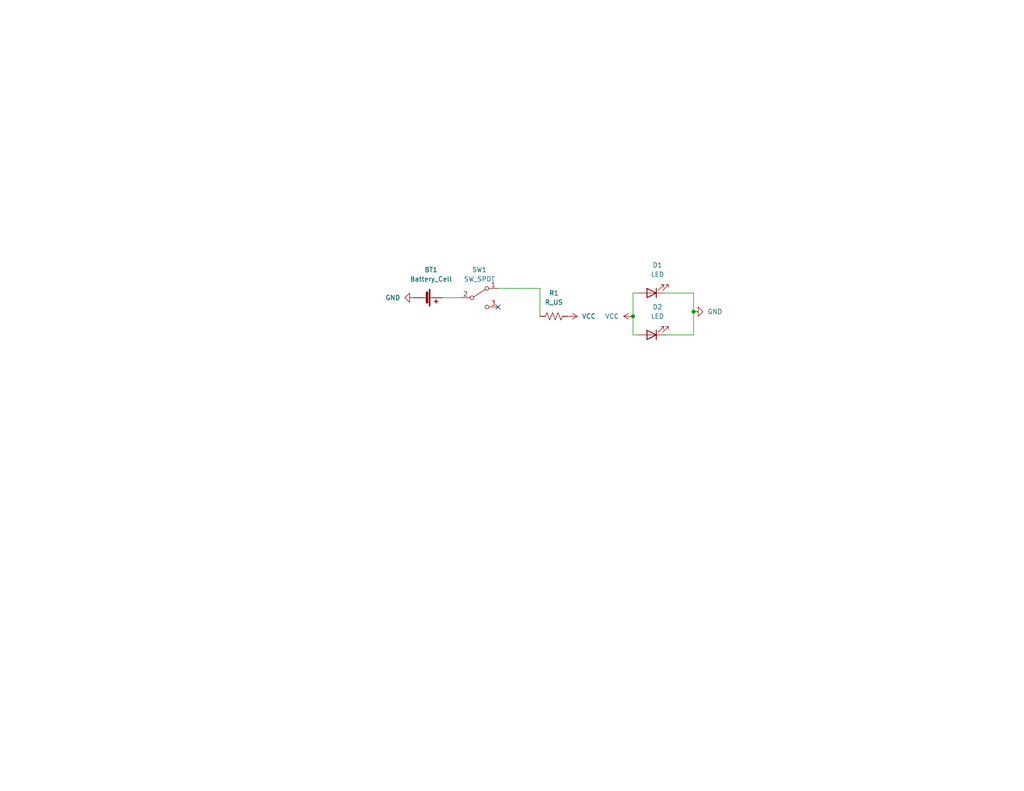
<source format=kicad_sch>
(kicad_sch (version 20211123) (generator eeschema)

  (uuid 4d6e8354-b195-435b-93fe-2795a3a19bbd)

  (paper "USLetter")

  (title_block
    (title "Toor Camp - Learn to Solder Latern")
    (date "2022-06-28")
    (rev "1.0")
    (company "BadgePirates")
  )

  (lib_symbols
    (symbol "Device:Battery_Cell" (pin_numbers hide) (pin_names (offset 0) hide) (in_bom yes) (on_board yes)
      (property "Reference" "BT" (id 0) (at 2.54 2.54 0)
        (effects (font (size 1.27 1.27)) (justify left))
      )
      (property "Value" "Battery_Cell" (id 1) (at 2.54 0 0)
        (effects (font (size 1.27 1.27)) (justify left))
      )
      (property "Footprint" "" (id 2) (at 0 1.524 90)
        (effects (font (size 1.27 1.27)) hide)
      )
      (property "Datasheet" "~" (id 3) (at 0 1.524 90)
        (effects (font (size 1.27 1.27)) hide)
      )
      (property "ki_keywords" "battery cell" (id 4) (at 0 0 0)
        (effects (font (size 1.27 1.27)) hide)
      )
      (property "ki_description" "Single-cell battery" (id 5) (at 0 0 0)
        (effects (font (size 1.27 1.27)) hide)
      )
      (symbol "Battery_Cell_0_1"
        (rectangle (start -2.286 1.778) (end 2.286 1.524)
          (stroke (width 0) (type default) (color 0 0 0 0))
          (fill (type outline))
        )
        (rectangle (start -1.5748 1.1938) (end 1.4732 0.6858)
          (stroke (width 0) (type default) (color 0 0 0 0))
          (fill (type outline))
        )
        (polyline
          (pts
            (xy 0 0.762)
            (xy 0 0)
          )
          (stroke (width 0) (type default) (color 0 0 0 0))
          (fill (type none))
        )
        (polyline
          (pts
            (xy 0 1.778)
            (xy 0 2.54)
          )
          (stroke (width 0) (type default) (color 0 0 0 0))
          (fill (type none))
        )
        (polyline
          (pts
            (xy 0.508 3.429)
            (xy 1.524 3.429)
          )
          (stroke (width 0.254) (type default) (color 0 0 0 0))
          (fill (type none))
        )
        (polyline
          (pts
            (xy 1.016 3.937)
            (xy 1.016 2.921)
          )
          (stroke (width 0.254) (type default) (color 0 0 0 0))
          (fill (type none))
        )
      )
      (symbol "Battery_Cell_1_1"
        (pin passive line (at 0 5.08 270) (length 2.54)
          (name "+" (effects (font (size 1.27 1.27))))
          (number "1" (effects (font (size 1.27 1.27))))
        )
        (pin passive line (at 0 -2.54 90) (length 2.54)
          (name "-" (effects (font (size 1.27 1.27))))
          (number "2" (effects (font (size 1.27 1.27))))
        )
      )
    )
    (symbol "Device:LED" (pin_numbers hide) (pin_names (offset 1.016) hide) (in_bom yes) (on_board yes)
      (property "Reference" "D" (id 0) (at 0 2.54 0)
        (effects (font (size 1.27 1.27)))
      )
      (property "Value" "LED" (id 1) (at 0 -2.54 0)
        (effects (font (size 1.27 1.27)))
      )
      (property "Footprint" "" (id 2) (at 0 0 0)
        (effects (font (size 1.27 1.27)) hide)
      )
      (property "Datasheet" "~" (id 3) (at 0 0 0)
        (effects (font (size 1.27 1.27)) hide)
      )
      (property "ki_keywords" "LED diode" (id 4) (at 0 0 0)
        (effects (font (size 1.27 1.27)) hide)
      )
      (property "ki_description" "Light emitting diode" (id 5) (at 0 0 0)
        (effects (font (size 1.27 1.27)) hide)
      )
      (property "ki_fp_filters" "LED* LED_SMD:* LED_THT:*" (id 6) (at 0 0 0)
        (effects (font (size 1.27 1.27)) hide)
      )
      (symbol "LED_0_1"
        (polyline
          (pts
            (xy -1.27 -1.27)
            (xy -1.27 1.27)
          )
          (stroke (width 0.254) (type default) (color 0 0 0 0))
          (fill (type none))
        )
        (polyline
          (pts
            (xy -1.27 0)
            (xy 1.27 0)
          )
          (stroke (width 0) (type default) (color 0 0 0 0))
          (fill (type none))
        )
        (polyline
          (pts
            (xy 1.27 -1.27)
            (xy 1.27 1.27)
            (xy -1.27 0)
            (xy 1.27 -1.27)
          )
          (stroke (width 0.254) (type default) (color 0 0 0 0))
          (fill (type none))
        )
        (polyline
          (pts
            (xy -3.048 -0.762)
            (xy -4.572 -2.286)
            (xy -3.81 -2.286)
            (xy -4.572 -2.286)
            (xy -4.572 -1.524)
          )
          (stroke (width 0) (type default) (color 0 0 0 0))
          (fill (type none))
        )
        (polyline
          (pts
            (xy -1.778 -0.762)
            (xy -3.302 -2.286)
            (xy -2.54 -2.286)
            (xy -3.302 -2.286)
            (xy -3.302 -1.524)
          )
          (stroke (width 0) (type default) (color 0 0 0 0))
          (fill (type none))
        )
      )
      (symbol "LED_1_1"
        (pin passive line (at -3.81 0 0) (length 2.54)
          (name "K" (effects (font (size 1.27 1.27))))
          (number "1" (effects (font (size 1.27 1.27))))
        )
        (pin passive line (at 3.81 0 180) (length 2.54)
          (name "A" (effects (font (size 1.27 1.27))))
          (number "2" (effects (font (size 1.27 1.27))))
        )
      )
    )
    (symbol "Device:R_US" (pin_numbers hide) (pin_names (offset 0)) (in_bom yes) (on_board yes)
      (property "Reference" "R" (id 0) (at 2.54 0 90)
        (effects (font (size 1.27 1.27)))
      )
      (property "Value" "R_US" (id 1) (at -2.54 0 90)
        (effects (font (size 1.27 1.27)))
      )
      (property "Footprint" "" (id 2) (at 1.016 -0.254 90)
        (effects (font (size 1.27 1.27)) hide)
      )
      (property "Datasheet" "~" (id 3) (at 0 0 0)
        (effects (font (size 1.27 1.27)) hide)
      )
      (property "ki_keywords" "R res resistor" (id 4) (at 0 0 0)
        (effects (font (size 1.27 1.27)) hide)
      )
      (property "ki_description" "Resistor, US symbol" (id 5) (at 0 0 0)
        (effects (font (size 1.27 1.27)) hide)
      )
      (property "ki_fp_filters" "R_*" (id 6) (at 0 0 0)
        (effects (font (size 1.27 1.27)) hide)
      )
      (symbol "R_US_0_1"
        (polyline
          (pts
            (xy 0 -2.286)
            (xy 0 -2.54)
          )
          (stroke (width 0) (type default) (color 0 0 0 0))
          (fill (type none))
        )
        (polyline
          (pts
            (xy 0 2.286)
            (xy 0 2.54)
          )
          (stroke (width 0) (type default) (color 0 0 0 0))
          (fill (type none))
        )
        (polyline
          (pts
            (xy 0 -0.762)
            (xy 1.016 -1.143)
            (xy 0 -1.524)
            (xy -1.016 -1.905)
            (xy 0 -2.286)
          )
          (stroke (width 0) (type default) (color 0 0 0 0))
          (fill (type none))
        )
        (polyline
          (pts
            (xy 0 0.762)
            (xy 1.016 0.381)
            (xy 0 0)
            (xy -1.016 -0.381)
            (xy 0 -0.762)
          )
          (stroke (width 0) (type default) (color 0 0 0 0))
          (fill (type none))
        )
        (polyline
          (pts
            (xy 0 2.286)
            (xy 1.016 1.905)
            (xy 0 1.524)
            (xy -1.016 1.143)
            (xy 0 0.762)
          )
          (stroke (width 0) (type default) (color 0 0 0 0))
          (fill (type none))
        )
      )
      (symbol "R_US_1_1"
        (pin passive line (at 0 3.81 270) (length 1.27)
          (name "~" (effects (font (size 1.27 1.27))))
          (number "1" (effects (font (size 1.27 1.27))))
        )
        (pin passive line (at 0 -3.81 90) (length 1.27)
          (name "~" (effects (font (size 1.27 1.27))))
          (number "2" (effects (font (size 1.27 1.27))))
        )
      )
    )
    (symbol "Switch:SW_SPDT" (pin_names (offset 0) hide) (in_bom yes) (on_board yes)
      (property "Reference" "SW" (id 0) (at 0 4.318 0)
        (effects (font (size 1.27 1.27)))
      )
      (property "Value" "SW_SPDT" (id 1) (at 0 -5.08 0)
        (effects (font (size 1.27 1.27)))
      )
      (property "Footprint" "" (id 2) (at 0 0 0)
        (effects (font (size 1.27 1.27)) hide)
      )
      (property "Datasheet" "~" (id 3) (at 0 0 0)
        (effects (font (size 1.27 1.27)) hide)
      )
      (property "ki_keywords" "switch single-pole double-throw spdt ON-ON" (id 4) (at 0 0 0)
        (effects (font (size 1.27 1.27)) hide)
      )
      (property "ki_description" "Switch, single pole double throw" (id 5) (at 0 0 0)
        (effects (font (size 1.27 1.27)) hide)
      )
      (symbol "SW_SPDT_0_0"
        (circle (center -2.032 0) (radius 0.508)
          (stroke (width 0) (type default) (color 0 0 0 0))
          (fill (type none))
        )
        (circle (center 2.032 -2.54) (radius 0.508)
          (stroke (width 0) (type default) (color 0 0 0 0))
          (fill (type none))
        )
      )
      (symbol "SW_SPDT_0_1"
        (polyline
          (pts
            (xy -1.524 0.254)
            (xy 1.651 2.286)
          )
          (stroke (width 0) (type default) (color 0 0 0 0))
          (fill (type none))
        )
        (circle (center 2.032 2.54) (radius 0.508)
          (stroke (width 0) (type default) (color 0 0 0 0))
          (fill (type none))
        )
      )
      (symbol "SW_SPDT_1_1"
        (pin passive line (at 5.08 2.54 180) (length 2.54)
          (name "A" (effects (font (size 1.27 1.27))))
          (number "1" (effects (font (size 1.27 1.27))))
        )
        (pin passive line (at -5.08 0 0) (length 2.54)
          (name "B" (effects (font (size 1.27 1.27))))
          (number "2" (effects (font (size 1.27 1.27))))
        )
        (pin passive line (at 5.08 -2.54 180) (length 2.54)
          (name "C" (effects (font (size 1.27 1.27))))
          (number "3" (effects (font (size 1.27 1.27))))
        )
      )
    )
    (symbol "power:GND" (power) (pin_names (offset 0)) (in_bom yes) (on_board yes)
      (property "Reference" "#PWR" (id 0) (at 0 -6.35 0)
        (effects (font (size 1.27 1.27)) hide)
      )
      (property "Value" "GND" (id 1) (at 0 -3.81 0)
        (effects (font (size 1.27 1.27)))
      )
      (property "Footprint" "" (id 2) (at 0 0 0)
        (effects (font (size 1.27 1.27)) hide)
      )
      (property "Datasheet" "" (id 3) (at 0 0 0)
        (effects (font (size 1.27 1.27)) hide)
      )
      (property "ki_keywords" "power-flag" (id 4) (at 0 0 0)
        (effects (font (size 1.27 1.27)) hide)
      )
      (property "ki_description" "Power symbol creates a global label with name \"GND\" , ground" (id 5) (at 0 0 0)
        (effects (font (size 1.27 1.27)) hide)
      )
      (symbol "GND_0_1"
        (polyline
          (pts
            (xy 0 0)
            (xy 0 -1.27)
            (xy 1.27 -1.27)
            (xy 0 -2.54)
            (xy -1.27 -1.27)
            (xy 0 -1.27)
          )
          (stroke (width 0) (type default) (color 0 0 0 0))
          (fill (type none))
        )
      )
      (symbol "GND_1_1"
        (pin power_in line (at 0 0 270) (length 0) hide
          (name "GND" (effects (font (size 1.27 1.27))))
          (number "1" (effects (font (size 1.27 1.27))))
        )
      )
    )
    (symbol "power:VCC" (power) (pin_names (offset 0)) (in_bom yes) (on_board yes)
      (property "Reference" "#PWR" (id 0) (at 0 -3.81 0)
        (effects (font (size 1.27 1.27)) hide)
      )
      (property "Value" "VCC" (id 1) (at 0 3.81 0)
        (effects (font (size 1.27 1.27)))
      )
      (property "Footprint" "" (id 2) (at 0 0 0)
        (effects (font (size 1.27 1.27)) hide)
      )
      (property "Datasheet" "" (id 3) (at 0 0 0)
        (effects (font (size 1.27 1.27)) hide)
      )
      (property "ki_keywords" "power-flag" (id 4) (at 0 0 0)
        (effects (font (size 1.27 1.27)) hide)
      )
      (property "ki_description" "Power symbol creates a global label with name \"VCC\"" (id 5) (at 0 0 0)
        (effects (font (size 1.27 1.27)) hide)
      )
      (symbol "VCC_0_1"
        (polyline
          (pts
            (xy -0.762 1.27)
            (xy 0 2.54)
          )
          (stroke (width 0) (type default) (color 0 0 0 0))
          (fill (type none))
        )
        (polyline
          (pts
            (xy 0 0)
            (xy 0 2.54)
          )
          (stroke (width 0) (type default) (color 0 0 0 0))
          (fill (type none))
        )
        (polyline
          (pts
            (xy 0 2.54)
            (xy 0.762 1.27)
          )
          (stroke (width 0) (type default) (color 0 0 0 0))
          (fill (type none))
        )
      )
      (symbol "VCC_1_1"
        (pin power_in line (at 0 0 90) (length 0) hide
          (name "VCC" (effects (font (size 1.27 1.27))))
          (number "1" (effects (font (size 1.27 1.27))))
        )
      )
    )
  )

  (junction (at 189.23 85.09) (diameter 0) (color 0 0 0 0)
    (uuid 19194afe-2373-4b25-97d7-a98b550d9dce)
  )
  (junction (at 172.72 86.36) (diameter 0) (color 0 0 0 0)
    (uuid 556d57c5-25d3-41b3-a189-7e47679c7b26)
  )

  (no_connect (at 135.89 83.82) (uuid f0226c4c-3d26-444f-b8c4-b9528f9282f3))

  (wire (pts (xy 189.23 80.01) (xy 189.23 85.09))
    (stroke (width 0) (type default) (color 0 0 0 0))
    (uuid 24e7313a-7a75-455e-be7f-5b40741242e1)
  )
  (wire (pts (xy 172.72 86.36) (xy 172.72 91.44))
    (stroke (width 0) (type default) (color 0 0 0 0))
    (uuid 372f2824-fbe6-4226-adf8-01da6fea7a2f)
  )
  (wire (pts (xy 135.89 78.74) (xy 147.32 78.74))
    (stroke (width 0) (type default) (color 0 0 0 0))
    (uuid a3eb90a3-356f-483c-9907-97d676f97294)
  )
  (wire (pts (xy 181.61 91.44) (xy 189.23 91.44))
    (stroke (width 0) (type default) (color 0 0 0 0))
    (uuid a8bb7086-9971-468c-bfc2-c5578d3cf0c3)
  )
  (wire (pts (xy 189.23 91.44) (xy 189.23 85.09))
    (stroke (width 0) (type default) (color 0 0 0 0))
    (uuid ac53d7f2-62c4-4585-b970-a5d4b5345e70)
  )
  (wire (pts (xy 181.61 80.01) (xy 189.23 80.01))
    (stroke (width 0) (type default) (color 0 0 0 0))
    (uuid b4f92259-7b9d-4097-810f-6fddd23eed22)
  )
  (wire (pts (xy 120.65 81.28) (xy 125.73 81.28))
    (stroke (width 0) (type default) (color 0 0 0 0))
    (uuid bada0f88-ecb1-46c8-9d5d-3c3452e29c0c)
  )
  (wire (pts (xy 172.72 86.36) (xy 172.72 80.01))
    (stroke (width 0) (type default) (color 0 0 0 0))
    (uuid c1a8c855-4363-4b62-9309-41a2ae163bee)
  )
  (wire (pts (xy 172.72 91.44) (xy 173.99 91.44))
    (stroke (width 0) (type default) (color 0 0 0 0))
    (uuid ea0cb58e-fc59-4e6e-bedf-f63fdcb72d2a)
  )
  (wire (pts (xy 147.32 78.74) (xy 147.32 86.36))
    (stroke (width 0) (type default) (color 0 0 0 0))
    (uuid ebcbcf37-2061-451d-97d7-9abce061373b)
  )
  (wire (pts (xy 172.72 80.01) (xy 173.99 80.01))
    (stroke (width 0) (type default) (color 0 0 0 0))
    (uuid fdcf56f2-5af9-4227-a67a-1bf857390444)
  )

  (symbol (lib_id "Switch:SW_SPDT") (at 130.81 81.28 0) (unit 1)
    (in_bom yes) (on_board yes) (fields_autoplaced)
    (uuid 375e793b-0d69-403b-ae3c-3d5caaf1f7a0)
    (property "Reference" "SW1" (id 0) (at 130.81 73.66 0))
    (property "Value" "SW_SPDT" (id 1) (at 130.81 76.2 0))
    (property "Footprint" "Button_Switch_THT:SW_Slide_1P2T_CK_OS102011MS2Q" (id 2) (at 130.81 81.28 0)
      (effects (font (size 1.27 1.27)) hide)
    )
    (property "Datasheet" "~" (id 3) (at 130.81 81.28 0)
      (effects (font (size 1.27 1.27)) hide)
    )
    (pin "1" (uuid 363789a4-3f5e-46a3-85ca-4197fda3b74c))
    (pin "2" (uuid 9b840cbe-77e4-4b78-ac46-fdc7d5ef8902))
    (pin "3" (uuid f4957237-a7c2-4e1e-ad01-0bf63aaeb473))
  )

  (symbol (lib_id "Device:R_US") (at 151.13 86.36 90) (unit 1)
    (in_bom yes) (on_board yes) (fields_autoplaced)
    (uuid 3cf880b3-5c9a-41b3-9cf9-9a6d06aa346b)
    (property "Reference" "R1" (id 0) (at 151.13 80.01 90))
    (property "Value" "R_US" (id 1) (at 151.13 82.55 90))
    (property "Footprint" "Resistor_THT:R_Axial_DIN0204_L3.6mm_D1.6mm_P5.08mm_Horizontal" (id 2) (at 151.384 85.344 90)
      (effects (font (size 1.27 1.27)) hide)
    )
    (property "Datasheet" "~" (id 3) (at 151.13 86.36 0)
      (effects (font (size 1.27 1.27)) hide)
    )
    (pin "1" (uuid aab264e5-ab6e-4246-ac4a-9172d21a1b36))
    (pin "2" (uuid cfa898a1-c3c9-4acc-a284-e882bcd3ad43))
  )

  (symbol (lib_id "Device:LED") (at 177.8 80.01 180) (unit 1)
    (in_bom yes) (on_board yes) (fields_autoplaced)
    (uuid 431a886f-0366-450e-9433-efecde94f72b)
    (property "Reference" "D1" (id 0) (at 179.3875 72.39 0))
    (property "Value" "LED" (id 1) (at 179.3875 74.93 0))
    (property "Footprint" "LED_THT:LED_D3.0mm" (id 2) (at 177.8 80.01 0)
      (effects (font (size 1.27 1.27)) hide)
    )
    (property "Datasheet" "~" (id 3) (at 177.8 80.01 0)
      (effects (font (size 1.27 1.27)) hide)
    )
    (pin "1" (uuid 4205b5cb-3da6-4d7d-82b0-16841cdee7c7))
    (pin "2" (uuid 573b6166-477e-41d5-845b-278e224dda5a))
  )

  (symbol (lib_id "power:VCC") (at 154.94 86.36 270) (unit 1)
    (in_bom yes) (on_board yes) (fields_autoplaced)
    (uuid 90b023a5-fa89-4a2b-81ae-e4259b89f49b)
    (property "Reference" "#PWR0105" (id 0) (at 151.13 86.36 0)
      (effects (font (size 1.27 1.27)) hide)
    )
    (property "Value" "VCC" (id 1) (at 158.75 86.3599 90)
      (effects (font (size 1.27 1.27)) (justify left))
    )
    (property "Footprint" "" (id 2) (at 154.94 86.36 0)
      (effects (font (size 1.27 1.27)) hide)
    )
    (property "Datasheet" "" (id 3) (at 154.94 86.36 0)
      (effects (font (size 1.27 1.27)) hide)
    )
    (pin "1" (uuid 5f0a5fb8-1986-4008-91a0-fca457b02b04))
  )

  (symbol (lib_id "power:GND") (at 189.23 85.09 90) (unit 1)
    (in_bom yes) (on_board yes) (fields_autoplaced)
    (uuid 9564def4-14ff-42cb-8ad7-7ae3beaae468)
    (property "Reference" "#PWR0101" (id 0) (at 195.58 85.09 0)
      (effects (font (size 1.27 1.27)) hide)
    )
    (property "Value" "GND" (id 1) (at 193.04 85.0899 90)
      (effects (font (size 1.27 1.27)) (justify right))
    )
    (property "Footprint" "" (id 2) (at 189.23 85.09 0)
      (effects (font (size 1.27 1.27)) hide)
    )
    (property "Datasheet" "" (id 3) (at 189.23 85.09 0)
      (effects (font (size 1.27 1.27)) hide)
    )
    (pin "1" (uuid 595c4746-b38a-4f47-8ccb-6d0dc3913f50))
  )

  (symbol (lib_id "power:GND") (at 113.03 81.28 270) (unit 1)
    (in_bom yes) (on_board yes) (fields_autoplaced)
    (uuid a1f6203c-ce0d-47bc-b23f-570bf6c2bd98)
    (property "Reference" "#PWR0106" (id 0) (at 106.68 81.28 0)
      (effects (font (size 1.27 1.27)) hide)
    )
    (property "Value" "GND" (id 1) (at 109.22 81.2799 90)
      (effects (font (size 1.27 1.27)) (justify right))
    )
    (property "Footprint" "" (id 2) (at 113.03 81.28 0)
      (effects (font (size 1.27 1.27)) hide)
    )
    (property "Datasheet" "" (id 3) (at 113.03 81.28 0)
      (effects (font (size 1.27 1.27)) hide)
    )
    (pin "1" (uuid 16bfe5d3-af72-428d-b3bc-4a110b58bcf2))
  )

  (symbol (lib_id "power:VCC") (at 172.72 86.36 90) (unit 1)
    (in_bom yes) (on_board yes) (fields_autoplaced)
    (uuid b2116575-d055-4b1d-9a8a-9941fbfa0af6)
    (property "Reference" "#PWR0103" (id 0) (at 176.53 86.36 0)
      (effects (font (size 1.27 1.27)) hide)
    )
    (property "Value" "VCC" (id 1) (at 168.91 86.3599 90)
      (effects (font (size 1.27 1.27)) (justify left))
    )
    (property "Footprint" "" (id 2) (at 172.72 86.36 0)
      (effects (font (size 1.27 1.27)) hide)
    )
    (property "Datasheet" "" (id 3) (at 172.72 86.36 0)
      (effects (font (size 1.27 1.27)) hide)
    )
    (pin "1" (uuid de18151a-ba8e-444a-97bb-a01e6f7f014f))
  )

  (symbol (lib_id "Device:LED") (at 177.8 91.44 180) (unit 1)
    (in_bom yes) (on_board yes) (fields_autoplaced)
    (uuid d7091432-8a63-4678-ac50-70b2db4b49da)
    (property "Reference" "D2" (id 0) (at 179.3875 83.82 0))
    (property "Value" "LED" (id 1) (at 179.3875 86.36 0))
    (property "Footprint" "LED_THT:LED_D3.0mm" (id 2) (at 177.8 91.44 0)
      (effects (font (size 1.27 1.27)) hide)
    )
    (property "Datasheet" "~" (id 3) (at 177.8 91.44 0)
      (effects (font (size 1.27 1.27)) hide)
    )
    (pin "1" (uuid e9f41a26-897d-409f-97b7-7152b8b9003d))
    (pin "2" (uuid a908702f-e010-44a1-8428-70715965398a))
  )

  (symbol (lib_id "Device:Battery_Cell") (at 115.57 81.28 270) (unit 1)
    (in_bom yes) (on_board yes) (fields_autoplaced)
    (uuid f8168c6f-3273-4b32-b7e0-a279139eda27)
    (property "Reference" "BT1" (id 0) (at 117.602 73.66 90))
    (property "Value" "Battery_Cell" (id 1) (at 117.602 76.2 90))
    (property "Footprint" "BadgePirates:BatteryHolder_MPD_BC2003_1x2032" (id 2) (at 117.094 81.28 90)
      (effects (font (size 1.27 1.27)) hide)
    )
    (property "Datasheet" "~" (id 3) (at 117.094 81.28 90)
      (effects (font (size 1.27 1.27)) hide)
    )
    (pin "1" (uuid e3760479-0a57-413a-a85d-581fad0f8c75))
    (pin "2" (uuid 13ab0e34-f487-46e3-a972-007949a41aa5))
  )

  (sheet_instances
    (path "/" (page "1"))
  )

  (symbol_instances
    (path "/9564def4-14ff-42cb-8ad7-7ae3beaae468"
      (reference "#PWR0101") (unit 1) (value "GND") (footprint "")
    )
    (path "/b2116575-d055-4b1d-9a8a-9941fbfa0af6"
      (reference "#PWR0103") (unit 1) (value "VCC") (footprint "")
    )
    (path "/90b023a5-fa89-4a2b-81ae-e4259b89f49b"
      (reference "#PWR0105") (unit 1) (value "VCC") (footprint "")
    )
    (path "/a1f6203c-ce0d-47bc-b23f-570bf6c2bd98"
      (reference "#PWR0106") (unit 1) (value "GND") (footprint "")
    )
    (path "/f8168c6f-3273-4b32-b7e0-a279139eda27"
      (reference "BT1") (unit 1) (value "Battery_Cell") (footprint "BadgePirates:BatteryHolder_MPD_BC2003_1x2032")
    )
    (path "/431a886f-0366-450e-9433-efecde94f72b"
      (reference "D1") (unit 1) (value "LED") (footprint "LED_THT:LED_D3.0mm")
    )
    (path "/d7091432-8a63-4678-ac50-70b2db4b49da"
      (reference "D2") (unit 1) (value "LED") (footprint "LED_THT:LED_D3.0mm")
    )
    (path "/3cf880b3-5c9a-41b3-9cf9-9a6d06aa346b"
      (reference "R1") (unit 1) (value "R_US") (footprint "Resistor_THT:R_Axial_DIN0204_L3.6mm_D1.6mm_P5.08mm_Horizontal")
    )
    (path "/375e793b-0d69-403b-ae3c-3d5caaf1f7a0"
      (reference "SW1") (unit 1) (value "SW_SPDT") (footprint "Button_Switch_THT:SW_Slide_1P2T_CK_OS102011MS2Q")
    )
  )
)

</source>
